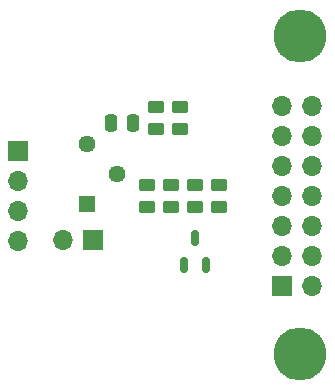
<source format=gbr>
%TF.GenerationSoftware,KiCad,Pcbnew,8.0.6+1*%
%TF.CreationDate,2024-12-08T19:19:35+01:00*%
%TF.ProjectId,8x2 backpack,38783220-6261-4636-9b70-61636b2e6b69,rev?*%
%TF.SameCoordinates,Original*%
%TF.FileFunction,Soldermask,Bot*%
%TF.FilePolarity,Negative*%
%FSLAX46Y46*%
G04 Gerber Fmt 4.6, Leading zero omitted, Abs format (unit mm)*
G04 Created by KiCad (PCBNEW 8.0.6+1) date 2024-12-08 19:19:35*
%MOMM*%
%LPD*%
G01*
G04 APERTURE LIST*
G04 Aperture macros list*
%AMRoundRect*
0 Rectangle with rounded corners*
0 $1 Rounding radius*
0 $2 $3 $4 $5 $6 $7 $8 $9 X,Y pos of 4 corners*
0 Add a 4 corners polygon primitive as box body*
4,1,4,$2,$3,$4,$5,$6,$7,$8,$9,$2,$3,0*
0 Add four circle primitives for the rounded corners*
1,1,$1+$1,$2,$3*
1,1,$1+$1,$4,$5*
1,1,$1+$1,$6,$7*
1,1,$1+$1,$8,$9*
0 Add four rect primitives between the rounded corners*
20,1,$1+$1,$2,$3,$4,$5,0*
20,1,$1+$1,$4,$5,$6,$7,0*
20,1,$1+$1,$6,$7,$8,$9,0*
20,1,$1+$1,$8,$9,$2,$3,0*%
G04 Aperture macros list end*
%ADD10R,1.700000X1.700000*%
%ADD11O,1.700000X1.700000*%
%ADD12O,4.500000X4.500000*%
%ADD13R,1.440000X1.440000*%
%ADD14C,1.440000*%
%ADD15RoundRect,0.250000X0.450000X-0.262500X0.450000X0.262500X-0.450000X0.262500X-0.450000X-0.262500X0*%
%ADD16RoundRect,0.250000X-0.250000X-0.475000X0.250000X-0.475000X0.250000X0.475000X-0.250000X0.475000X0*%
%ADD17RoundRect,0.250000X-0.450000X0.262500X-0.450000X-0.262500X0.450000X-0.262500X0.450000X0.262500X0*%
%ADD18RoundRect,0.150000X0.150000X-0.512500X0.150000X0.512500X-0.150000X0.512500X-0.150000X-0.512500X0*%
G04 APERTURE END LIST*
D10*
%TO.C,J3*%
X42608500Y-53086000D03*
D11*
X40068500Y-53086000D03*
%TD*%
D12*
%TO.C,*%
X60134500Y-62774000D03*
%TD*%
%TO.C,*%
X60174500Y-35814000D03*
%TD*%
D13*
%TO.C,RV1*%
X42100500Y-50038000D03*
D14*
X44640500Y-47498000D03*
X42100500Y-44958000D03*
%TD*%
D10*
%TO.C,J2*%
X36258500Y-45584000D03*
D11*
X36258500Y-48124000D03*
X36258500Y-50664000D03*
X36258500Y-53204000D03*
%TD*%
D15*
%TO.C,R3*%
X49212500Y-50315500D03*
X49212500Y-48490500D03*
%TD*%
D16*
%TO.C,C1*%
X44132500Y-43180000D03*
X46032500Y-43180000D03*
%TD*%
D17*
%TO.C,R1*%
X53276500Y-48490500D03*
X53276500Y-50315500D03*
%TD*%
D10*
%TO.C,J1*%
X58634500Y-57014000D03*
D11*
X61174500Y-57014000D03*
X58634500Y-54474000D03*
X61174500Y-54474000D03*
X58634500Y-51934000D03*
X61174500Y-51934000D03*
X58634500Y-49394000D03*
X61174500Y-49394000D03*
X58634500Y-46854000D03*
X61174500Y-46854000D03*
X58634500Y-44314000D03*
X61174500Y-44314000D03*
X58634500Y-41774000D03*
X61174500Y-41774000D03*
%TD*%
D15*
%TO.C,R8*%
X47942500Y-43688000D03*
X47942500Y-41863000D03*
%TD*%
%TO.C,R9*%
X49974500Y-43688000D03*
X49974500Y-41863000D03*
%TD*%
D18*
%TO.C,Q1*%
X50294500Y-55234000D03*
X52194500Y-55234000D03*
X51244500Y-52959000D03*
%TD*%
D15*
%TO.C,R2*%
X47180500Y-50315500D03*
X47180500Y-48490500D03*
%TD*%
%TO.C,R4*%
X51244500Y-50315500D03*
X51244500Y-48490500D03*
%TD*%
M02*

</source>
